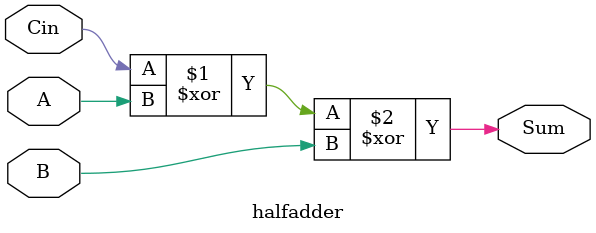
<source format=sv>
`timescale 1ns / 1ps


module halfadder(
    input wire A,
    input wire B,
    input wire Cin,
    output wire Sum
    );
    
    assign Sum = Cin ^ A ^ B;
    
endmodule

</source>
